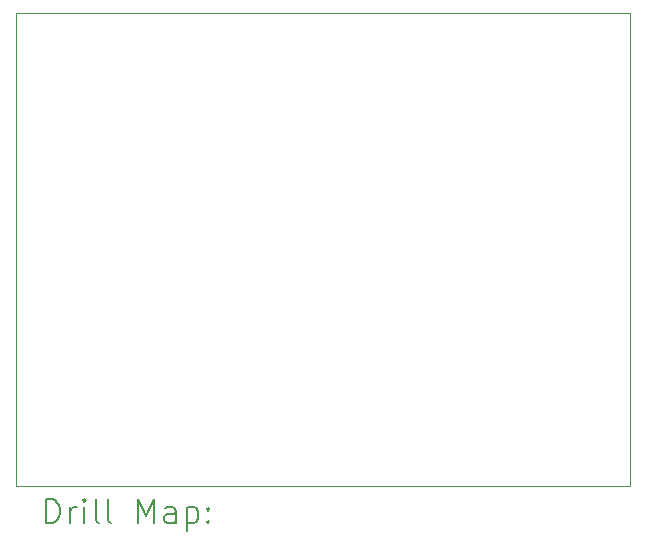
<source format=gbr>
%TF.GenerationSoftware,KiCad,Pcbnew,9.0.6*%
%TF.CreationDate,2025-11-17T15:03:21+03:00*%
%TF.ProjectId,TempControl4ch,54656d70-436f-46e7-9472-6f6c3463682e,rev?*%
%TF.SameCoordinates,Original*%
%TF.FileFunction,Drillmap*%
%TF.FilePolarity,Positive*%
%FSLAX45Y45*%
G04 Gerber Fmt 4.5, Leading zero omitted, Abs format (unit mm)*
G04 Created by KiCad (PCBNEW 9.0.6) date 2025-11-17 15:03:21*
%MOMM*%
%LPD*%
G01*
G04 APERTURE LIST*
%ADD10C,0.050000*%
%ADD11C,0.200000*%
G04 APERTURE END LIST*
D10*
X11800000Y-5800000D02*
X17000000Y-5800000D01*
X17000000Y-9800000D01*
X11800000Y-9800000D01*
X11800000Y-5800000D01*
D11*
X12058277Y-10113984D02*
X12058277Y-9913984D01*
X12058277Y-9913984D02*
X12105896Y-9913984D01*
X12105896Y-9913984D02*
X12134467Y-9923508D01*
X12134467Y-9923508D02*
X12153515Y-9942555D01*
X12153515Y-9942555D02*
X12163039Y-9961603D01*
X12163039Y-9961603D02*
X12172562Y-9999698D01*
X12172562Y-9999698D02*
X12172562Y-10028270D01*
X12172562Y-10028270D02*
X12163039Y-10066365D01*
X12163039Y-10066365D02*
X12153515Y-10085412D01*
X12153515Y-10085412D02*
X12134467Y-10104460D01*
X12134467Y-10104460D02*
X12105896Y-10113984D01*
X12105896Y-10113984D02*
X12058277Y-10113984D01*
X12258277Y-10113984D02*
X12258277Y-9980650D01*
X12258277Y-10018746D02*
X12267801Y-9999698D01*
X12267801Y-9999698D02*
X12277324Y-9990174D01*
X12277324Y-9990174D02*
X12296372Y-9980650D01*
X12296372Y-9980650D02*
X12315420Y-9980650D01*
X12382086Y-10113984D02*
X12382086Y-9980650D01*
X12382086Y-9913984D02*
X12372562Y-9923508D01*
X12372562Y-9923508D02*
X12382086Y-9933031D01*
X12382086Y-9933031D02*
X12391610Y-9923508D01*
X12391610Y-9923508D02*
X12382086Y-9913984D01*
X12382086Y-9913984D02*
X12382086Y-9933031D01*
X12505896Y-10113984D02*
X12486848Y-10104460D01*
X12486848Y-10104460D02*
X12477324Y-10085412D01*
X12477324Y-10085412D02*
X12477324Y-9913984D01*
X12610658Y-10113984D02*
X12591610Y-10104460D01*
X12591610Y-10104460D02*
X12582086Y-10085412D01*
X12582086Y-10085412D02*
X12582086Y-9913984D01*
X12839229Y-10113984D02*
X12839229Y-9913984D01*
X12839229Y-9913984D02*
X12905896Y-10056841D01*
X12905896Y-10056841D02*
X12972562Y-9913984D01*
X12972562Y-9913984D02*
X12972562Y-10113984D01*
X13153515Y-10113984D02*
X13153515Y-10009222D01*
X13153515Y-10009222D02*
X13143991Y-9990174D01*
X13143991Y-9990174D02*
X13124943Y-9980650D01*
X13124943Y-9980650D02*
X13086848Y-9980650D01*
X13086848Y-9980650D02*
X13067801Y-9990174D01*
X13153515Y-10104460D02*
X13134467Y-10113984D01*
X13134467Y-10113984D02*
X13086848Y-10113984D01*
X13086848Y-10113984D02*
X13067801Y-10104460D01*
X13067801Y-10104460D02*
X13058277Y-10085412D01*
X13058277Y-10085412D02*
X13058277Y-10066365D01*
X13058277Y-10066365D02*
X13067801Y-10047317D01*
X13067801Y-10047317D02*
X13086848Y-10037793D01*
X13086848Y-10037793D02*
X13134467Y-10037793D01*
X13134467Y-10037793D02*
X13153515Y-10028270D01*
X13248753Y-9980650D02*
X13248753Y-10180650D01*
X13248753Y-9990174D02*
X13267801Y-9980650D01*
X13267801Y-9980650D02*
X13305896Y-9980650D01*
X13305896Y-9980650D02*
X13324943Y-9990174D01*
X13324943Y-9990174D02*
X13334467Y-9999698D01*
X13334467Y-9999698D02*
X13343991Y-10018746D01*
X13343991Y-10018746D02*
X13343991Y-10075889D01*
X13343991Y-10075889D02*
X13334467Y-10094936D01*
X13334467Y-10094936D02*
X13324943Y-10104460D01*
X13324943Y-10104460D02*
X13305896Y-10113984D01*
X13305896Y-10113984D02*
X13267801Y-10113984D01*
X13267801Y-10113984D02*
X13248753Y-10104460D01*
X13429705Y-10094936D02*
X13439229Y-10104460D01*
X13439229Y-10104460D02*
X13429705Y-10113984D01*
X13429705Y-10113984D02*
X13420182Y-10104460D01*
X13420182Y-10104460D02*
X13429705Y-10094936D01*
X13429705Y-10094936D02*
X13429705Y-10113984D01*
X13429705Y-9990174D02*
X13439229Y-9999698D01*
X13439229Y-9999698D02*
X13429705Y-10009222D01*
X13429705Y-10009222D02*
X13420182Y-9999698D01*
X13420182Y-9999698D02*
X13429705Y-9990174D01*
X13429705Y-9990174D02*
X13429705Y-10009222D01*
M02*

</source>
